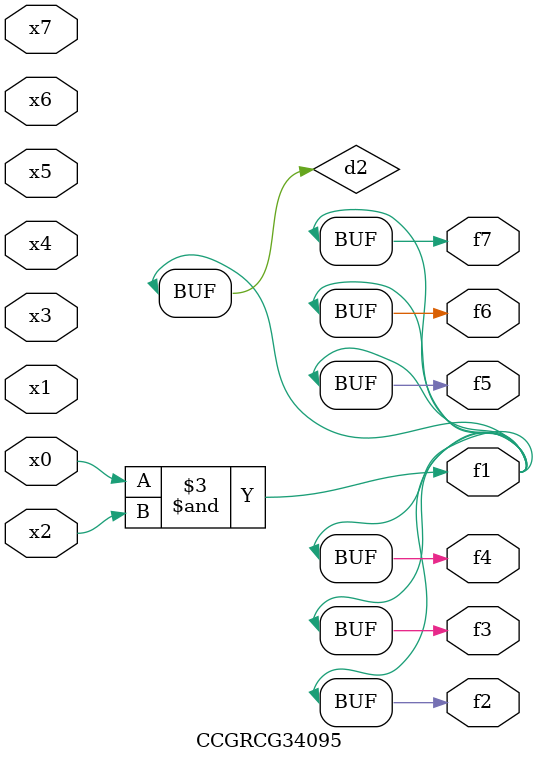
<source format=v>
module CCGRCG34095(
	input x0, x1, x2, x3, x4, x5, x6, x7,
	output f1, f2, f3, f4, f5, f6, f7
);

	wire d1, d2;

	nor (d1, x3, x6);
	and (d2, x0, x2);
	assign f1 = d2;
	assign f2 = d2;
	assign f3 = d2;
	assign f4 = d2;
	assign f5 = d2;
	assign f6 = d2;
	assign f7 = d2;
endmodule

</source>
